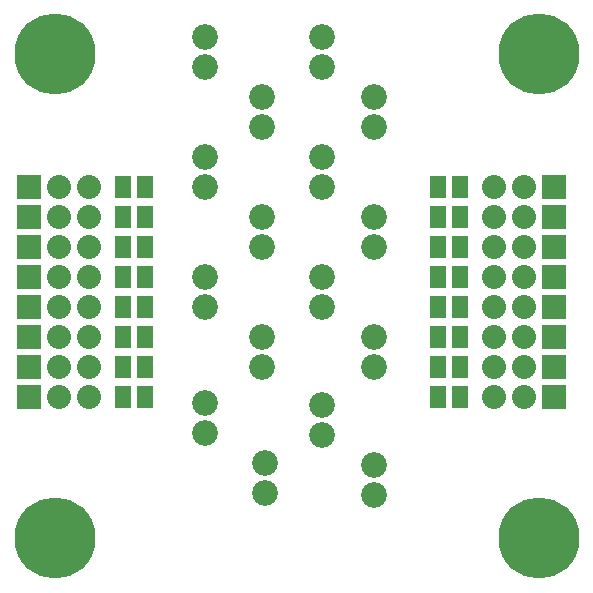
<source format=gts>
G04 (created by PCBNEW (2013-04-19 BZR 4011)-stable) date 01/07/2014 10:59:58*
%MOIN*%
G04 Gerber Fmt 3.4, Leading zero omitted, Abs format*
%FSLAX34Y34*%
G01*
G70*
G90*
G04 APERTURE LIST*
%ADD10C,0*%
%ADD11C,0.086*%
%ADD12C,0.27*%
%ADD13R,0.08X0.08*%
%ADD14C,0.08*%
%ADD15R,0.055X0.075*%
G04 APERTURE END LIST*
G54D10*
G54D11*
X67600Y-45700D03*
X67600Y-44700D03*
X71500Y-41500D03*
X71500Y-40500D03*
X73250Y-43500D03*
X73250Y-42500D03*
X71500Y-45750D03*
X71500Y-44750D03*
X73250Y-47750D03*
X73250Y-46750D03*
X69600Y-47700D03*
X69600Y-46700D03*
X69500Y-43500D03*
X69500Y-42500D03*
X67600Y-41500D03*
X67600Y-40500D03*
X69500Y-39500D03*
X69500Y-38500D03*
X67600Y-37500D03*
X67600Y-36500D03*
X69500Y-35500D03*
X69500Y-34500D03*
X67600Y-33500D03*
X67600Y-32500D03*
X71500Y-33500D03*
X71500Y-32500D03*
X73250Y-39500D03*
X73250Y-38500D03*
X71500Y-37500D03*
X71500Y-36500D03*
X73250Y-35500D03*
X73250Y-34500D03*
G54D12*
X78740Y-49212D03*
X62598Y-49212D03*
X78740Y-33070D03*
X62598Y-33070D03*
G54D13*
X61750Y-38500D03*
G54D14*
X62750Y-38500D03*
X63750Y-38500D03*
G54D13*
X79250Y-37500D03*
G54D14*
X78250Y-37500D03*
X77250Y-37500D03*
G54D13*
X79250Y-39500D03*
G54D14*
X78250Y-39500D03*
X77250Y-39500D03*
G54D13*
X79250Y-41500D03*
G54D14*
X78250Y-41500D03*
X77250Y-41500D03*
G54D13*
X79250Y-43500D03*
G54D14*
X78250Y-43500D03*
X77250Y-43500D03*
G54D13*
X61750Y-44500D03*
G54D14*
X62750Y-44500D03*
X63750Y-44500D03*
G54D13*
X61750Y-42500D03*
G54D14*
X62750Y-42500D03*
X63750Y-42500D03*
G54D13*
X61750Y-40500D03*
G54D14*
X62750Y-40500D03*
X63750Y-40500D03*
G54D13*
X61750Y-37500D03*
G54D14*
X62750Y-37500D03*
X63750Y-37500D03*
G54D13*
X79250Y-38500D03*
G54D14*
X78250Y-38500D03*
X77250Y-38500D03*
G54D13*
X79250Y-40500D03*
G54D14*
X78250Y-40500D03*
X77250Y-40500D03*
G54D13*
X79250Y-42500D03*
G54D14*
X78250Y-42500D03*
X77250Y-42500D03*
G54D13*
X79250Y-44500D03*
G54D14*
X78250Y-44500D03*
X77250Y-44500D03*
G54D13*
X61750Y-43500D03*
G54D14*
X62750Y-43500D03*
X63750Y-43500D03*
G54D13*
X61750Y-41500D03*
G54D14*
X62750Y-41500D03*
X63750Y-41500D03*
G54D13*
X61750Y-39500D03*
G54D14*
X62750Y-39500D03*
X63750Y-39500D03*
G54D15*
X76125Y-37500D03*
X75375Y-37500D03*
X76125Y-39500D03*
X75375Y-39500D03*
X76125Y-38500D03*
X75375Y-38500D03*
X64875Y-37500D03*
X65625Y-37500D03*
X64875Y-39500D03*
X65625Y-39500D03*
X64875Y-40500D03*
X65625Y-40500D03*
X64875Y-41500D03*
X65625Y-41500D03*
X64875Y-42500D03*
X65625Y-42500D03*
X64875Y-43500D03*
X65625Y-43500D03*
X64875Y-44500D03*
X65625Y-44500D03*
X76125Y-44500D03*
X75375Y-44500D03*
X76125Y-43500D03*
X75375Y-43500D03*
X76125Y-40500D03*
X75375Y-40500D03*
X76125Y-41500D03*
X75375Y-41500D03*
X76125Y-42500D03*
X75375Y-42500D03*
X64875Y-38500D03*
X65625Y-38500D03*
M02*

</source>
